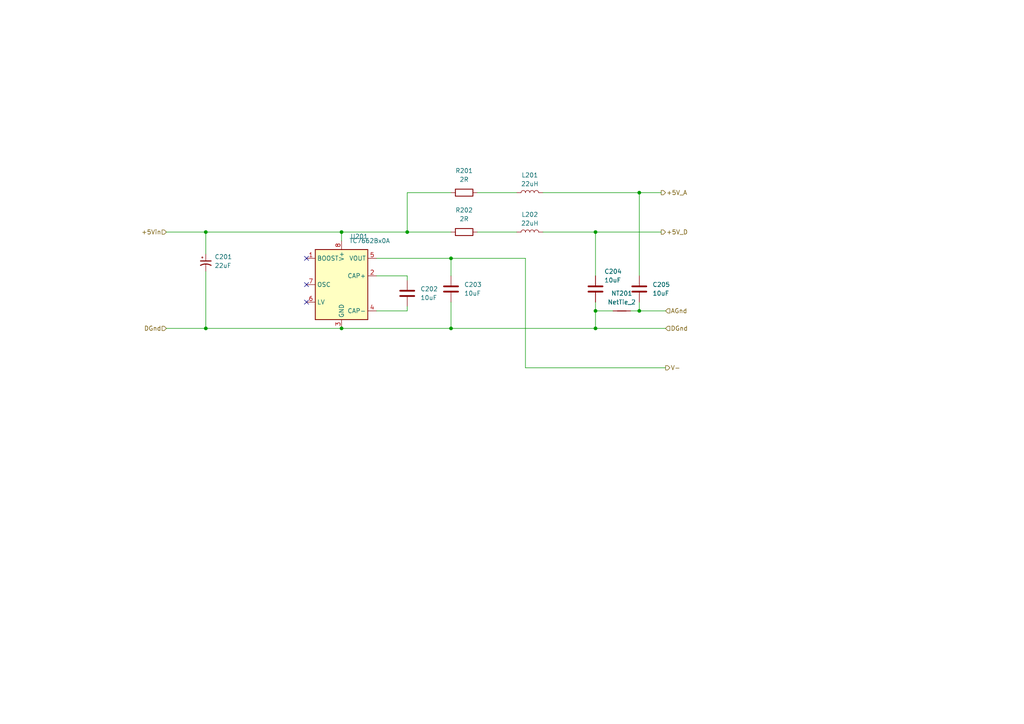
<source format=kicad_sch>
(kicad_sch (version 20231120) (generator "eeschema") (generator_version "8.0")
  (paper "A4")
  (lib_symbols
    (symbol "Converter_DCDC:TC7662Bx0A"
      (property "Reference" "U" (at -6.35 11.43 0))
      (property "Value" "TC7662Bx0A" (at 7.62 11.43 0))
      (symbol "TC7662Bx0A_0_1"
        (rectangle (start -7.62 10.16) (end 7.62 -10.16) (stroke (width 0.254)) (fill (type background)))
      )
      (symbol "TC7662Bx0A_1_1"
        (pin input line (at -10.16 7.62 0) (length 2.54) (name "BOOST") (number "1"))
        (pin passive line (at 10.16 2.54 180) (length 2.54) (name "CAP+") (number "2"))
        (pin power_in line (at 0 -12.7 90) (length 2.54) (name "GND") (number "3"))
        (pin passive line (at 10.16 -7.62 180) (length 2.54) (name "CAP-") (number "4"))
        (pin power_out line (at 10.16 7.62 180) (length 2.54) (name "VOUT") (number "5"))
        (pin input line (at -10.16 -5.08 0) (length 2.54) (name "LV") (number "6"))
        (pin passive line (at -10.16 0 0) (length 2.54) (name "OSC") (number "7"))
        (pin power_in line (at 0 12.7 270) (length 2.54) (name "V+") (number "8"))
      )
    )
    (symbol "Device:C" (pin_numbers hide) (pin_names (offset 0.254))
      (property "Reference" "C" (at 0.635 2.54 0))
      (property "Value" "C" (at 0.635 -2.54 0))
      (symbol "C_0_1"
        (polyline (pts (xy -2.032 -0.762) (xy 2.032 -0.762)) (stroke (width 0.508)))
        (polyline (pts (xy -2.032 0.762) (xy 2.032 0.762)) (stroke (width 0.508)))
      )
      (symbol "C_1_1"
        (pin passive line (at 0 3.81 270) (length 2.794) (name "~") (number "1"))
        (pin passive line (at 0 -3.81 90) (length 2.794) (name "~") (number "2"))
      )
    )
    (symbol "Device:C_Polarized_Small_US" (pin_numbers hide) (pin_names (offset 0.254) hide)
      (property "Reference" "C" (at 0.254 1.778 0))
      (property "Value" "C_Polarized_Small_US" (at 0.254 -2.032 0))
      (symbol "C_Polarized_Small_US_0_1"
        (polyline (pts (xy -1.524 0.508) (xy 1.524 0.508)) (stroke (width 0.3048)))
        (polyline (pts (xy -1.27 1.524) (xy -0.762 1.524)))
        (polyline (pts (xy -1.016 1.27) (xy -1.016 1.778)))
        (arc (start 1.524 -0.762) (mid 0 -0.3734) (end -1.524 -0.762) (stroke (width 0.3048)))
      )
      (symbol "C_Polarized_Small_US_1_1"
        (pin passive line (at 0 2.54 270) (length 2.032) (name "~") (number "1"))
        (pin passive line (at 0 -2.54 90) (length 2.032) (name "~") (number "2"))
      )
    )
    (symbol "Device:L" (pin_numbers hide) (pin_names (offset 1.016) hide)
      (property "Reference" "L" (at -1.27 0 90))
      (property "Value" "L" (at 1.905 0 90))
      (symbol "L_0_1"
        (arc (start 0 -2.54) (mid 0.6323 -1.905) (end 0 -1.27))
        (arc (start 0 -1.27) (mid 0.6323 -0.635) (end 0 0))
        (arc (start 0 0) (mid 0.6323 0.635) (end 0 1.27))
        (arc (start 0 1.27) (mid 0.6323 1.905) (end 0 2.54))
      )
      (symbol "L_1_1"
        (pin passive line (at 0 3.81 270) (length 1.27) (name "1") (number "1"))
        (pin passive line (at 0 -3.81 90) (length 1.27) (name "2") (number "2"))
      )
    )
    (symbol "Device:NetTie_2" (pin_numbers hide) (pin_names (offset 0) hide) (in_bom no)
      (property "Reference" "NT" (at 0 1.27 0))
      (property "Value" "NetTie_2" (at 0 -1.27 0))
      (symbol "NetTie_2_0_1"
        (polyline (pts (xy -1.27 0) (xy 1.27 0)) (stroke (width 0.254)))
      )
      (symbol "NetTie_2_1_1"
        (pin passive line (at -2.54 0 0) (length 2.54) (name "1") (number "1"))
        (pin passive line (at 2.54 0 180) (length 2.54) (name "2") (number "2"))
      )
    )
    (symbol "Device:R" (pin_numbers hide) (pin_names (offset 0))
      (property "Reference" "R" (at 2.032 0 90))
      (property "Value" "R" (at 0 0 90))
      (symbol "R_0_1"
        (rectangle (start -1.016 -2.54) (end 1.016 2.54) (stroke (width 0.254)))
      )
      (symbol "R_1_1"
        (pin passive line (at 0 3.81 270) (length 1.27) (name "~") (number "1"))
        (pin passive line (at 0 -3.81 90) (length 1.27) (name "~") (number "2"))
      )
    )
  )
  (junction (at 130.81 74.93))
  (junction (at 172.72 90.17))
  (junction (at 118.11 67.31))
  (junction (at 99.06 67.31))
  (junction (at 185.42 90.17))
  (junction (at 59.69 67.31))
  (junction (at 172.72 95.25))
  (junction (at 99.06 95.25))
  (junction (at 172.72 67.31))
  (junction (at 59.69 95.25))
  (junction (at 130.81 95.25))
  (junction (at 185.42 55.88))
  (no_connect (at 88.9 74.93))
  (no_connect (at 88.9 87.63))
  (no_connect (at 88.9 82.55))
  (wire (pts (xy 172.72 87.63) (xy 172.72 90.17)))
  (wire (pts (xy 185.42 55.88) (xy 191.77 55.88)))
  (wire (pts (xy 138.43 55.88) (xy 149.86 55.88)))
  (wire (pts (xy 130.81 74.93) (xy 152.4 74.93)))
  (wire (pts (xy 59.69 67.31) (xy 59.69 73.66)))
  (wire (pts (xy 130.81 87.63) (xy 130.81 95.25)))
  (wire (pts (xy 99.06 67.31) (xy 118.11 67.31)))
  (wire (pts (xy 109.22 80.01) (xy 118.11 80.01)))
  (wire (pts (xy 157.48 67.31) (xy 172.72 67.31)))
  (wire (pts (xy 48.26 67.31) (xy 59.69 67.31)))
  (wire (pts (xy 118.11 55.88) (xy 130.81 55.88)))
  (wire (pts (xy 59.69 95.25) (xy 99.06 95.25)))
  (wire (pts (xy 109.22 90.17) (xy 118.11 90.17)))
  (wire (pts (xy 118.11 90.17) (xy 118.11 88.9)))
  (wire (pts (xy 99.06 67.31) (xy 99.06 69.85)))
  (wire (pts (xy 118.11 80.01) (xy 118.11 81.28)))
  (wire (pts (xy 172.72 90.17) (xy 177.8 90.17)))
  (wire (pts (xy 48.26 95.25) (xy 59.69 95.25)))
  (wire (pts (xy 109.22 74.93) (xy 130.81 74.93)))
  (wire (pts (xy 99.06 95.25) (xy 130.81 95.25)))
  (wire (pts (xy 185.42 90.17) (xy 193.04 90.17)))
  (wire (pts (xy 118.11 67.31) (xy 118.11 55.88)))
  (wire (pts (xy 172.72 90.17) (xy 172.72 95.25)))
  (wire (pts (xy 130.81 95.25) (xy 172.72 95.25)))
  (wire (pts (xy 157.48 55.88) (xy 185.42 55.88)))
  (wire (pts (xy 59.69 67.31) (xy 99.06 67.31)))
  (wire (pts (xy 130.81 74.93) (xy 130.81 80.01)))
  (wire (pts (xy 172.72 67.31) (xy 172.72 80.01)))
  (wire (pts (xy 59.69 78.74) (xy 59.69 95.25)))
  (wire (pts (xy 172.72 67.31) (xy 191.77 67.31)))
  (wire (pts (xy 172.72 95.25) (xy 193.04 95.25)))
  (wire (pts (xy 185.42 87.63) (xy 185.42 90.17)))
  (wire (pts (xy 118.11 67.31) (xy 130.81 67.31)))
  (wire (pts (xy 138.43 67.31) (xy 149.86 67.31)))
  (wire (pts (xy 152.4 74.93) (xy 152.4 106.68)))
  (wire (pts (xy 152.4 106.68) (xy 193.04 106.68)))
  (wire (pts (xy 182.88 90.17) (xy 185.42 90.17)))
  (wire (pts (xy 185.42 55.88) (xy 185.42 80.01)))
  (hierarchical_label "+5Vin" (shape input) (at 48.26 67.31 180))
  (hierarchical_label "DGnd" (shape input) (at 48.26 95.25 180))
  (hierarchical_label "DGnd" (shape input) (at 193.04 95.25 0))
  (hierarchical_label "AGnd" (shape input) (at 193.04 90.17 0))
  (hierarchical_label "V-" (shape output) (at 193.04 106.68 0))
  (hierarchical_label "+5V_A" (shape output) (at 191.77 55.88 0))
  (hierarchical_label "+5V_D" (shape output) (at 191.77 67.31 0))
  (symbol (lib_id "Device:L") (at 153.67 67.31 90) (unit 1)
    (property "Reference" "L202" (at 153.67 62.23 90))
    (property "Value" "22uH" (at 153.67 64.77 90))
    (property "Footprint" "Inductor_SMD:L_0805_2012Metric" (effects (hide yes)))
  )
  (symbol (lib_id "Device:C_Polarized_Small_US") (at 59.69 76.2 0) (unit 1)
    (property "Reference" "C201" (at 62.23 74.4982 0) (effects (justify left)))
    (property "Value" "22uF" (at 62.23 77.0382 0) (effects (justify left)))
    (property "Footprint" "Capacitor_Tantalum_SMD:CP_EIA-7343-15_Kemet-W" (effects (hide yes)))
  )
  (symbol (lib_id "Device:NetTie_2") (at 180.34 90.17 0) (unit 1) (in_bom no)
    (property "Reference" "NT201" (at 180.34 85.09 0))
    (property "Value" "NetTie_2" (at 180.34 87.63 0))
    (property "Footprint" "NetTie:NetTie-2_SMD_Pad2.0mm" (effects (hide yes)))
  )
  (symbol (lib_id "Device:C") (at 172.72 83.82 0) (unit 1)
    (property "Reference" "C204" (at 175.26 78.74 0) (effects (justify left)))
    (property "Value" "10uF" (at 175.26 81.28 0) (effects (justify left)))
    (property "Footprint" "Capacitor_SMD:C_0805_2012Metric" (effects (hide yes)))
  )
  (symbol (lib_id "Device:L") (at 153.67 55.88 90) (unit 1)
    (property "Reference" "L201" (at 153.67 50.8 90))
    (property "Value" "22uH" (at 153.67 53.34 90))
    (property "Footprint" "Inductor_SMD:L_0805_2012Metric" (effects (hide yes)))
  )
  (symbol (lib_id "Converter_DCDC:TC7662Bx0A") (at 99.06 82.55 0) (unit 1)
    (property "Reference" "U201" (at 101.6 68.58 0) (effects (justify left)))
    (property "Value" "TC7662Bx0A" (at 101.2541 69.85 0) (effects (justify left)))
    (property "Footprint" "Package_SO:SOIC-8_3.9x4.9mm_P1.27mm" (effects (hide yes)))
    (property "Datasheet" "http://ww1.microchip.com/downloads/en/DeviceDoc/21469a.pdf" (effects (hide yes)))
  )
  (symbol (lib_id "Device:C") (at 185.42 83.82 0) (unit 1)
    (property "Reference" "C205" (at 189.23 82.55 0) (effects (justify left)))
    (property "Value" "10uF" (at 189.23 85.09 0) (effects (justify left)))
    (property "Footprint" "Capacitor_SMD:C_0805_2012Metric" (effects (hide yes)))
  )
  (symbol (lib_id "Device:C") (at 118.11 85.09 0) (unit 1)
    (property "Reference" "C202" (at 121.92 83.82 0) (effects (justify left)))
    (property "Value" "10uF" (at 121.92 86.36 0) (effects (justify left)))
    (property "Footprint" "Capacitor_SMD:C_0805_2012Metric" (effects (hide yes)))
  )
  (symbol (lib_id "Device:R") (at 134.62 67.31 270) (unit 1)
    (property "Reference" "R202" (at 134.62 60.96 90))
    (property "Value" "2R" (at 134.62 63.5 90))
    (property "Footprint" "Resistor_SMD:R_0805_2012Metric" (effects (hide yes)))
  )
  (symbol (lib_id "Device:R") (at 134.62 55.88 270) (unit 1)
    (property "Reference" "R201" (at 134.62 49.53 90))
    (property "Value" "2R" (at 134.62 52.07 90))
    (property "Footprint" "Resistor_SMD:R_0805_2012Metric" (effects (hide yes)))
  )
  (symbol (lib_id "Device:C") (at 130.81 83.82 0) (unit 1)
    (property "Reference" "C203" (at 134.62 82.55 0) (effects (justify left)))
    (property "Value" "10uF" (at 134.62 85.09 0) (effects (justify left)))
    (property "Footprint" "Capacitor_SMD:C_0805_2012Metric" (effects (hide yes)))
  )
)
</source>
